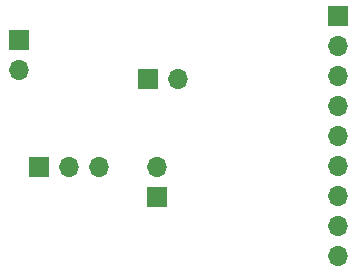
<source format=gbs>
%TF.GenerationSoftware,KiCad,Pcbnew,8.0.3*%
%TF.CreationDate,2024-06-23T18:27:21+02:00*%
%TF.ProjectId,LS018B7DH02_breakout,4c533031-3842-4374-9448-30325f627265,rev?*%
%TF.SameCoordinates,Original*%
%TF.FileFunction,Soldermask,Bot*%
%TF.FilePolarity,Negative*%
%FSLAX46Y46*%
G04 Gerber Fmt 4.6, Leading zero omitted, Abs format (unit mm)*
G04 Created by KiCad (PCBNEW 8.0.3) date 2024-06-23 18:27:21*
%MOMM*%
%LPD*%
G01*
G04 APERTURE LIST*
%ADD10R,1.700000X1.700000*%
%ADD11O,1.700000X1.700000*%
G04 APERTURE END LIST*
D10*
%TO.C,J6*%
X87750000Y-85250000D03*
D11*
X87750000Y-87790000D03*
%TD*%
D10*
%TO.C,J3*%
X89500000Y-96000000D03*
D11*
X92040000Y-96000000D03*
X94580000Y-96000000D03*
%TD*%
D10*
%TO.C,J1*%
X114789506Y-83245958D03*
D11*
X114789506Y-85785958D03*
X114789506Y-88325958D03*
X114789506Y-90865958D03*
X114789506Y-93405958D03*
X114789506Y-95945958D03*
X114789506Y-98485958D03*
X114789506Y-101025958D03*
X114789506Y-103565958D03*
%TD*%
D10*
%TO.C,J4*%
X98750000Y-88500000D03*
D11*
X101290000Y-88500000D03*
%TD*%
D10*
%TO.C,J5*%
X99500000Y-98525000D03*
D11*
X99500000Y-95985000D03*
%TD*%
M02*

</source>
